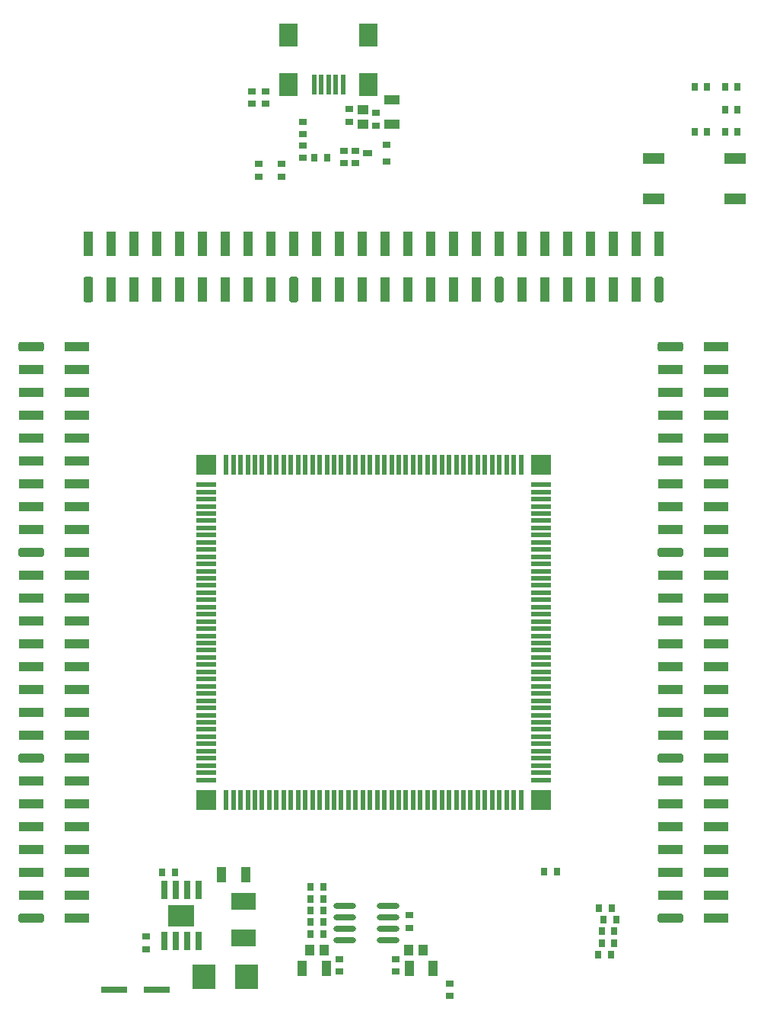
<source format=gtp>
G04 Layer_Color=8421504*
%FSLAX44Y44*%
%MOMM*%
G71*
G01*
G75*
%ADD12R,1.1000X1.7000*%
%ADD13R,0.7000X2.0000*%
%ADD14R,3.0000X2.4000*%
%ADD15R,0.8000X0.9000*%
%ADD16R,2.0000X2.5000*%
%ADD17R,0.5000X2.2500*%
%ADD18R,1.0000X1.3000*%
%ADD19R,0.9000X0.8000*%
%ADD20R,3.0000X0.7000*%
%ADD21O,2.5000X0.7000*%
%ADD22R,2.6162X2.7432*%
%ADD23R,2.8000X1.9000*%
%ADD25R,0.5000X2.3000*%
%ADD26R,2.3000X0.5000*%
%ADD27R,2.3000X2.3000*%
%ADD28R,1.0000X2.8000*%
G04:AMPARAMS|DCode=29|XSize=1mm|YSize=2.8mm|CornerRadius=0.2mm|HoleSize=0mm|Usage=FLASHONLY|Rotation=180.000|XOffset=0mm|YOffset=0mm|HoleType=Round|Shape=RoundedRectangle|*
%AMROUNDEDRECTD29*
21,1,1.0000,2.4000,0,0,180.0*
21,1,0.6000,2.8000,0,0,180.0*
1,1,0.4000,-0.3000,1.2000*
1,1,0.4000,0.3000,1.2000*
1,1,0.4000,0.3000,-1.2000*
1,1,0.4000,-0.3000,-1.2000*
%
%ADD29ROUNDEDRECTD29*%
%ADD30R,2.8000X1.0000*%
G04:AMPARAMS|DCode=31|XSize=1mm|YSize=2.8mm|CornerRadius=0.2mm|HoleSize=0mm|Usage=FLASHONLY|Rotation=90.000|XOffset=0mm|YOffset=0mm|HoleType=Round|Shape=RoundedRectangle|*
%AMROUNDEDRECTD31*
21,1,1.0000,2.4000,0,0,90.0*
21,1,0.6000,2.8000,0,0,90.0*
1,1,0.4000,1.2000,0.3000*
1,1,0.4000,1.2000,-0.3000*
1,1,0.4000,-1.2000,-0.3000*
1,1,0.4000,-1.2000,0.3000*
%
%ADD31ROUNDEDRECTD31*%
%ADD32R,2.4000X1.2000*%
%ADD33R,1.1000X0.6500*%
%ADD34R,0.9000X0.6500*%
%ADD35R,1.7000X1.1000*%
%ADD36R,1.3000X1.0000*%
D12*
X277500Y245000D02*
D03*
X250500D02*
D03*
X340500Y141000D02*
D03*
X367500D02*
D03*
X486500D02*
D03*
X459500D02*
D03*
D13*
X186950Y171500D02*
D03*
X199650D02*
D03*
X212350D02*
D03*
X225050D02*
D03*
Y227500D02*
D03*
X186950D02*
D03*
X199650D02*
D03*
X212350D02*
D03*
D14*
X206000Y199500D02*
D03*
D15*
X199002Y247500D02*
D03*
X185002D02*
D03*
X350002Y192000D02*
D03*
X364002D02*
D03*
X350002Y231000D02*
D03*
X364002D02*
D03*
X683998Y156000D02*
D03*
X669998D02*
D03*
X687998Y182000D02*
D03*
X673998D02*
D03*
X689998Y195000D02*
D03*
X675998D02*
D03*
X684998Y208000D02*
D03*
X670998D02*
D03*
X687998Y169000D02*
D03*
X673998D02*
D03*
X609998Y248000D02*
D03*
X623998D02*
D03*
X350000Y218000D02*
D03*
X364000D02*
D03*
X350000Y205000D02*
D03*
X364000D02*
D03*
X350002Y179000D02*
D03*
X364002D02*
D03*
X368002Y1041498D02*
D03*
X354002D02*
D03*
X791002Y1070000D02*
D03*
X777002D02*
D03*
X811002D02*
D03*
X825002D02*
D03*
Y1095000D02*
D03*
X811002D02*
D03*
X811002Y1120000D02*
D03*
X825002D02*
D03*
X777002D02*
D03*
X791002D02*
D03*
D16*
X325500Y1177500D02*
D03*
X414502D02*
D03*
X325500Y1122500D02*
D03*
X414502D02*
D03*
D17*
X354002D02*
D03*
X362000D02*
D03*
X370001D02*
D03*
X377999D02*
D03*
X386000D02*
D03*
D18*
X349000Y161000D02*
D03*
X365000D02*
D03*
X475000D02*
D03*
X459000D02*
D03*
D19*
X460000Y199998D02*
D03*
Y185998D02*
D03*
X167000Y162002D02*
D03*
Y176002D02*
D03*
X505000Y110002D02*
D03*
Y124002D02*
D03*
X445000Y137002D02*
D03*
Y151002D02*
D03*
X382000Y137002D02*
D03*
Y151002D02*
D03*
X318000Y1034500D02*
D03*
Y1020500D02*
D03*
X292000Y1034500D02*
D03*
Y1020500D02*
D03*
X400000Y1035500D02*
D03*
Y1049500D02*
D03*
X387000D02*
D03*
Y1035500D02*
D03*
X341000Y1055500D02*
D03*
Y1041500D02*
D03*
X285000Y1115497D02*
D03*
Y1101497D02*
D03*
X300000D02*
D03*
Y1115497D02*
D03*
X341000Y1067497D02*
D03*
Y1081497D02*
D03*
X423000Y1091500D02*
D03*
Y1077500D02*
D03*
X393000Y1095497D02*
D03*
Y1081497D02*
D03*
D20*
X130998Y117250D02*
D03*
X178998D02*
D03*
D21*
X436500Y171950D02*
D03*
Y184650D02*
D03*
Y197350D02*
D03*
Y210050D02*
D03*
X387500Y171950D02*
D03*
Y184650D02*
D03*
Y197350D02*
D03*
Y210050D02*
D03*
D22*
X278495Y131000D02*
D03*
X231505D02*
D03*
D23*
X275000Y215500D02*
D03*
Y174500D02*
D03*
D25*
X280000Y700200D02*
D03*
X288000D02*
D03*
X368000Y328200D02*
D03*
X376000D02*
D03*
X256000D02*
D03*
X584000Y700200D02*
D03*
X576000D02*
D03*
X568000D02*
D03*
X560000D02*
D03*
X552000D02*
D03*
X544000D02*
D03*
X536000D02*
D03*
X528000D02*
D03*
X520000D02*
D03*
X512000D02*
D03*
X504000D02*
D03*
X496000D02*
D03*
X488000D02*
D03*
X480000D02*
D03*
X472000D02*
D03*
X464000D02*
D03*
X456000D02*
D03*
X448000D02*
D03*
X440000D02*
D03*
X432000D02*
D03*
X424000D02*
D03*
X416000D02*
D03*
X408000D02*
D03*
X400000D02*
D03*
X392000D02*
D03*
X384000D02*
D03*
X376000D02*
D03*
X368000D02*
D03*
X360000D02*
D03*
X352000D02*
D03*
X344000D02*
D03*
X336000D02*
D03*
X328000D02*
D03*
X320000D02*
D03*
X312000D02*
D03*
X304000D02*
D03*
X296000D02*
D03*
X272000D02*
D03*
X264000D02*
D03*
X256000D02*
D03*
X264000Y328200D02*
D03*
X272000D02*
D03*
X280000D02*
D03*
X288000D02*
D03*
X296000D02*
D03*
X304000D02*
D03*
X312000D02*
D03*
X320000D02*
D03*
X328000D02*
D03*
X336000D02*
D03*
X344000D02*
D03*
X352000D02*
D03*
X360000D02*
D03*
X416000D02*
D03*
X424000D02*
D03*
X432000D02*
D03*
X440000D02*
D03*
X448000D02*
D03*
X456000D02*
D03*
X464000D02*
D03*
X472000D02*
D03*
X480000D02*
D03*
X488000D02*
D03*
X496000D02*
D03*
X504000D02*
D03*
X512000D02*
D03*
X520000D02*
D03*
X528000D02*
D03*
X536000D02*
D03*
X544000D02*
D03*
X552000D02*
D03*
X560000D02*
D03*
X568000D02*
D03*
X576000D02*
D03*
X584000D02*
D03*
X408000D02*
D03*
X400000D02*
D03*
X392000D02*
D03*
X384000D02*
D03*
D26*
X606000Y678200D02*
D03*
Y670200D02*
D03*
Y662200D02*
D03*
Y654200D02*
D03*
Y646200D02*
D03*
Y638200D02*
D03*
Y630200D02*
D03*
Y622200D02*
D03*
Y614200D02*
D03*
Y606200D02*
D03*
Y598200D02*
D03*
Y590200D02*
D03*
Y582200D02*
D03*
Y574200D02*
D03*
Y566200D02*
D03*
Y558200D02*
D03*
Y550200D02*
D03*
Y542200D02*
D03*
Y534200D02*
D03*
Y526200D02*
D03*
Y518200D02*
D03*
Y510200D02*
D03*
Y502200D02*
D03*
Y494200D02*
D03*
Y486200D02*
D03*
Y478200D02*
D03*
Y470200D02*
D03*
Y462200D02*
D03*
Y454200D02*
D03*
Y446200D02*
D03*
Y438200D02*
D03*
Y430200D02*
D03*
Y422200D02*
D03*
Y414200D02*
D03*
Y406200D02*
D03*
Y398200D02*
D03*
Y390200D02*
D03*
Y382200D02*
D03*
Y374200D02*
D03*
Y366200D02*
D03*
Y358200D02*
D03*
Y350200D02*
D03*
X234000Y678200D02*
D03*
Y670200D02*
D03*
Y662200D02*
D03*
Y654200D02*
D03*
Y646200D02*
D03*
Y638200D02*
D03*
Y630200D02*
D03*
Y622200D02*
D03*
Y614200D02*
D03*
Y606200D02*
D03*
Y598200D02*
D03*
Y590200D02*
D03*
Y582200D02*
D03*
Y574200D02*
D03*
Y566200D02*
D03*
Y558200D02*
D03*
Y550200D02*
D03*
Y542200D02*
D03*
Y534200D02*
D03*
Y526200D02*
D03*
Y518200D02*
D03*
Y510200D02*
D03*
Y502200D02*
D03*
Y494200D02*
D03*
Y486200D02*
D03*
Y478200D02*
D03*
Y470200D02*
D03*
Y462200D02*
D03*
Y454200D02*
D03*
Y446200D02*
D03*
Y438200D02*
D03*
Y430200D02*
D03*
Y422200D02*
D03*
Y414200D02*
D03*
Y406200D02*
D03*
Y398200D02*
D03*
Y390200D02*
D03*
Y382200D02*
D03*
Y374200D02*
D03*
Y366200D02*
D03*
Y358200D02*
D03*
Y350200D02*
D03*
D27*
Y328200D02*
D03*
X234000Y700200D02*
D03*
X606000Y328200D02*
D03*
Y700200D02*
D03*
D28*
X102500Y895100D02*
D03*
Y946100D02*
D03*
X127900Y895100D02*
D03*
X153300D02*
D03*
X178700D02*
D03*
X204100D02*
D03*
X229500D02*
D03*
X254900D02*
D03*
X280300D02*
D03*
X305700D02*
D03*
X356500D02*
D03*
X381900D02*
D03*
X407300D02*
D03*
X432700D02*
D03*
X458100D02*
D03*
X483500D02*
D03*
X508900D02*
D03*
X534300D02*
D03*
X585100D02*
D03*
X610500D02*
D03*
X635900D02*
D03*
X661300D02*
D03*
X686700D02*
D03*
X712100D02*
D03*
X102500Y946100D02*
D03*
X127900D02*
D03*
X153300D02*
D03*
X178700D02*
D03*
X204100D02*
D03*
X229500D02*
D03*
X254900D02*
D03*
X280300D02*
D03*
X305700D02*
D03*
X331100D02*
D03*
X356500D02*
D03*
X381900D02*
D03*
X407300D02*
D03*
X432700D02*
D03*
X458100D02*
D03*
X483500D02*
D03*
X508900D02*
D03*
X534300D02*
D03*
X559700D02*
D03*
X585100D02*
D03*
X610500D02*
D03*
X635900D02*
D03*
X661300D02*
D03*
X686700D02*
D03*
X712100D02*
D03*
X737500D02*
D03*
D29*
X102500Y895100D02*
D03*
X331100D02*
D03*
X559700D02*
D03*
X737500D02*
D03*
D30*
X750100Y831700D02*
D03*
X801100D02*
D03*
X750100Y806300D02*
D03*
Y780900D02*
D03*
Y755500D02*
D03*
Y730100D02*
D03*
Y704700D02*
D03*
Y679300D02*
D03*
Y653900D02*
D03*
Y628500D02*
D03*
Y577700D02*
D03*
Y552300D02*
D03*
Y526900D02*
D03*
Y501500D02*
D03*
Y476100D02*
D03*
Y450700D02*
D03*
Y425300D02*
D03*
Y399900D02*
D03*
Y349100D02*
D03*
Y323700D02*
D03*
Y298300D02*
D03*
Y272900D02*
D03*
Y247500D02*
D03*
Y222100D02*
D03*
X801100Y831700D02*
D03*
Y806300D02*
D03*
Y780900D02*
D03*
Y755500D02*
D03*
Y730100D02*
D03*
Y704700D02*
D03*
Y679300D02*
D03*
Y653900D02*
D03*
Y628500D02*
D03*
Y603100D02*
D03*
Y577700D02*
D03*
Y552300D02*
D03*
Y526900D02*
D03*
Y501500D02*
D03*
Y476100D02*
D03*
Y450700D02*
D03*
Y425300D02*
D03*
Y399900D02*
D03*
Y374500D02*
D03*
Y349100D02*
D03*
Y323700D02*
D03*
Y298300D02*
D03*
Y272900D02*
D03*
Y247500D02*
D03*
Y222100D02*
D03*
Y196700D02*
D03*
X38900Y831700D02*
D03*
X89900D02*
D03*
X38900Y806300D02*
D03*
Y780900D02*
D03*
Y755500D02*
D03*
Y730100D02*
D03*
Y704700D02*
D03*
Y679300D02*
D03*
Y653900D02*
D03*
Y628500D02*
D03*
Y577700D02*
D03*
Y552300D02*
D03*
Y526900D02*
D03*
Y501500D02*
D03*
Y476100D02*
D03*
Y450700D02*
D03*
Y425300D02*
D03*
Y399900D02*
D03*
Y349100D02*
D03*
Y323700D02*
D03*
Y298300D02*
D03*
Y272900D02*
D03*
Y247500D02*
D03*
Y222100D02*
D03*
X89900Y831700D02*
D03*
Y806300D02*
D03*
Y780900D02*
D03*
Y755500D02*
D03*
Y730100D02*
D03*
Y704700D02*
D03*
Y679300D02*
D03*
Y653900D02*
D03*
Y628500D02*
D03*
Y603100D02*
D03*
Y577700D02*
D03*
Y552300D02*
D03*
Y526900D02*
D03*
Y501500D02*
D03*
Y476100D02*
D03*
Y450700D02*
D03*
Y425300D02*
D03*
Y399900D02*
D03*
Y374500D02*
D03*
Y349100D02*
D03*
Y323700D02*
D03*
Y298300D02*
D03*
Y272900D02*
D03*
Y247500D02*
D03*
Y222100D02*
D03*
Y196700D02*
D03*
D31*
X750100Y831700D02*
D03*
Y603100D02*
D03*
Y374500D02*
D03*
Y196700D02*
D03*
X38900Y831700D02*
D03*
Y603100D02*
D03*
Y374500D02*
D03*
Y196700D02*
D03*
D32*
X822000Y995500D02*
D03*
X732000D02*
D03*
X822000Y1040500D02*
D03*
X732000D02*
D03*
D33*
X413625Y1046498D02*
D03*
D34*
X434375Y1055998D02*
D03*
Y1036998D02*
D03*
D35*
X440000Y1105998D02*
D03*
Y1078998D02*
D03*
D36*
X408000Y1078498D02*
D03*
Y1094498D02*
D03*
M02*

</source>
